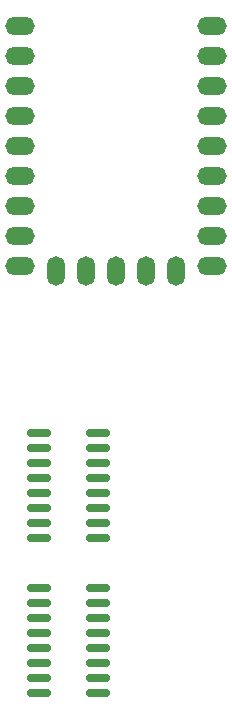
<source format=gtp>
G04 #@! TF.GenerationSoftware,KiCad,Pcbnew,8.0.2*
G04 #@! TF.CreationDate,2024-08-18T16:51:17+09:00*
G04 #@! TF.ProjectId,rainbow2-rp2040,7261696e-626f-4773-922d-727032303430,rev?*
G04 #@! TF.SameCoordinates,Original*
G04 #@! TF.FileFunction,Paste,Top*
G04 #@! TF.FilePolarity,Positive*
%FSLAX46Y46*%
G04 Gerber Fmt 4.6, Leading zero omitted, Abs format (unit mm)*
G04 Created by KiCad (PCBNEW 8.0.2) date 2024-08-18 16:51:17*
%MOMM*%
%LPD*%
G01*
G04 APERTURE LIST*
G04 Aperture macros list*
%AMRoundRect*
0 Rectangle with rounded corners*
0 $1 Rounding radius*
0 $2 $3 $4 $5 $6 $7 $8 $9 X,Y pos of 4 corners*
0 Add a 4 corners polygon primitive as box body*
4,1,4,$2,$3,$4,$5,$6,$7,$8,$9,$2,$3,0*
0 Add four circle primitives for the rounded corners*
1,1,$1+$1,$2,$3*
1,1,$1+$1,$4,$5*
1,1,$1+$1,$6,$7*
1,1,$1+$1,$8,$9*
0 Add four rect primitives between the rounded corners*
20,1,$1+$1,$2,$3,$4,$5,0*
20,1,$1+$1,$4,$5,$6,$7,0*
20,1,$1+$1,$6,$7,$8,$9,0*
20,1,$1+$1,$8,$9,$2,$3,0*%
G04 Aperture macros list end*
%ADD10O,2.500000X1.500000*%
%ADD11O,1.500000X2.500000*%
%ADD12RoundRect,0.150000X-0.850000X-0.150000X0.850000X-0.150000X0.850000X0.150000X-0.850000X0.150000X0*%
G04 APERTURE END LIST*
D10*
X137620000Y-54840000D03*
X137620000Y-57380000D03*
X137620000Y-59920000D03*
X137620000Y-62460000D03*
X137620000Y-65000000D03*
X137620000Y-67540000D03*
X137620000Y-70080000D03*
X137620000Y-72620000D03*
X137620000Y-75160000D03*
D11*
X134580000Y-75660000D03*
X132040000Y-75660000D03*
X129500000Y-75660000D03*
X126960000Y-75660000D03*
X124420000Y-75660000D03*
D10*
X121380000Y-75160000D03*
X121380000Y-72620000D03*
X121380000Y-70080000D03*
X121380000Y-67540000D03*
X121380000Y-65000000D03*
X121380000Y-62460000D03*
X121380000Y-59920000D03*
X121380000Y-57380000D03*
X121380000Y-54840000D03*
D12*
X123000000Y-102500000D03*
X123000000Y-103770000D03*
X123000000Y-105040000D03*
X123000000Y-106310000D03*
X123000000Y-107580000D03*
X123000000Y-108850000D03*
X123000000Y-110120000D03*
X123000000Y-111390000D03*
X128000000Y-111390000D03*
X128000000Y-110120000D03*
X128000000Y-108850000D03*
X128000000Y-107580000D03*
X128000000Y-106310000D03*
X128000000Y-105040000D03*
X128000000Y-103770000D03*
X128000000Y-102500000D03*
X123000000Y-89380000D03*
X123000000Y-90650000D03*
X123000000Y-91920000D03*
X123000000Y-93190000D03*
X123000000Y-94460000D03*
X123000000Y-95730000D03*
X123000000Y-97000000D03*
X123000000Y-98270000D03*
X128000000Y-98270000D03*
X128000000Y-97000000D03*
X128000000Y-95730000D03*
X128000000Y-94460000D03*
X128000000Y-93190000D03*
X128000000Y-91920000D03*
X128000000Y-90650000D03*
X128000000Y-89380000D03*
M02*

</source>
